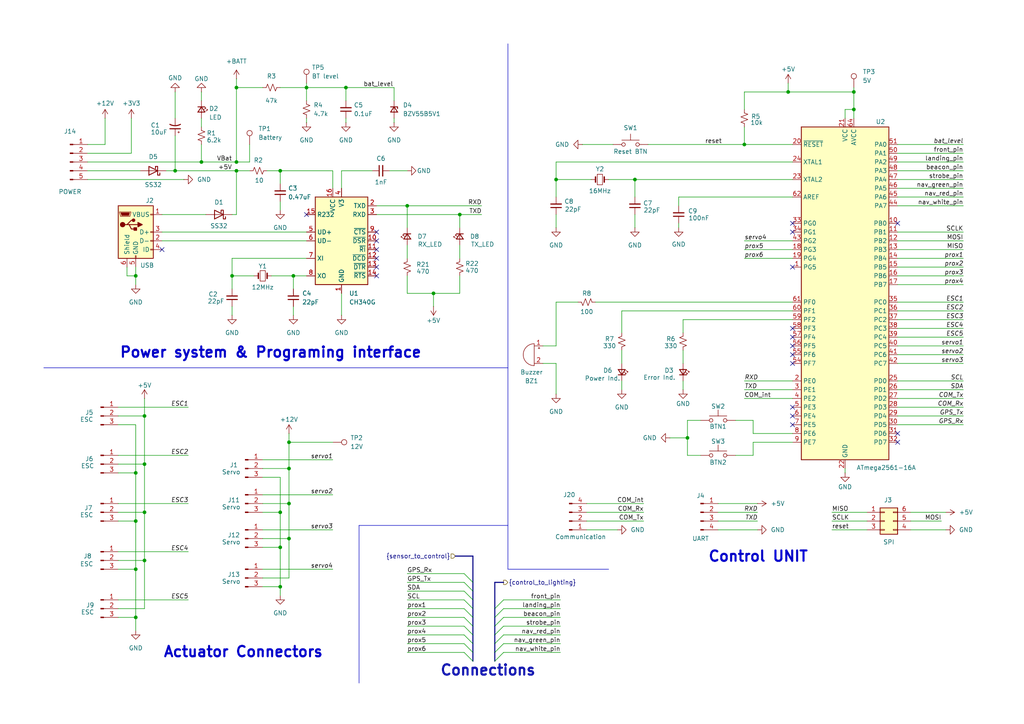
<source format=kicad_sch>
(kicad_sch (version 20231120) (generator "eeschema") (generator_version "8.0")
  (paper "A4")
  (title_block (title "Drone control board") (date "2024-07-07") (company "SCHOOL OF AIR DEFENCE -  TANGA"))
  (junction (at 81.28 49.53))
  (junction (at 41.91 120.65))
  (junction (at 39.37 80.01))
  (junction (at 85.09 80.01))
  (junction (at 68.58 46.99))
  (junction (at 184.15 52.07))
  (junction (at 39.37 165.1))
  (junction (at 161.29 52.07))
  (junction (at 50.8 49.53))
  (junction (at 68.58 49.53))
  (junction (at 199.39 127))
  (junction (at 83.82 156.21))
  (junction (at 39.37 137.16))
  (junction (at 83.82 128.27))
  (junction (at 88.9 25.4))
  (junction (at 83.82 146.05))
  (junction (at 215.9 41.91))
  (junction (at 41.91 134.62))
  (junction (at 81.28 158.75))
  (junction (at 68.58 25.4))
  (junction (at 58.42 46.99))
  (junction (at 125.73 85.09))
  (junction (at 247.65 26.67))
  (junction (at 228.6 26.67))
  (junction (at 67.31 80.01))
  (junction (at 133.35 62.23))
  (junction (at 247.65 31.75))
  (junction (at 100.33 25.4))
  (junction (at 81.28 148.59))
  (junction (at 118.11 59.69))
  (junction (at 39.37 151.13))
  (junction (at 41.91 148.59))
  (junction (at 39.37 179.07))
  (junction (at 81.28 170.18))
  (junction (at 83.82 135.89))
  (junction (at 41.91 162.56))
  (no_connect (at 229.87 118.11))
  (no_connect (at 260.35 125.73))
  (no_connect (at 229.87 77.47))
  (no_connect (at 260.35 64.77))
  (no_connect (at 109.22 69.85))
  (no_connect (at 229.87 100.33))
  (no_connect (at 109.22 74.93))
  (no_connect (at 46.99 72.39))
  (no_connect (at 109.22 67.31))
  (no_connect (at 109.22 77.47))
  (no_connect (at 229.87 95.25))
  (no_connect (at 229.87 123.19))
  (no_connect (at 109.22 80.01))
  (no_connect (at 229.87 67.31))
  (no_connect (at 109.22 72.39))
  (no_connect (at 229.87 97.79))
  (no_connect (at 88.9 62.23))
  (no_connect (at 229.87 120.65))
  (no_connect (at 229.87 64.77))
  (no_connect (at 260.35 128.27))
  (no_connect (at 229.87 105.41))
  (no_connect (at 229.87 102.87))
  (bus_entry (at 143.51 184.15) (size 2.54 -2.54))
  (bus_entry (at 137.16 176.53) (size -2.54 -2.54))
  (bus_entry (at 143.51 189.23) (size 2.54 -2.54))
  (bus_entry (at 137.16 168.91) (size -2.54 -2.54))
  (bus_entry (at 143.51 186.69) (size 2.54 -2.54))
  (bus_entry (at 137.16 173.99) (size -2.54 -2.54))
  (bus_entry (at 137.16 186.69) (size -2.54 -2.54))
  (bus_entry (at 143.51 179.07) (size 2.54 -2.54))
  (bus_entry (at 143.51 181.61) (size 2.54 -2.54))
  (bus_entry (at 137.16 184.15) (size -2.54 -2.54))
  (bus_entry (at 137.16 189.23) (size -2.54 -2.54))
  (bus_entry (at 137.16 171.45) (size -2.54 -2.54))
  (bus_entry (at 137.16 181.61) (size -2.54 -2.54))
  (bus_entry (at 143.51 176.53) (size 2.54 -2.54))
  (bus_entry (at 137.16 179.07) (size -2.54 -2.54))
  (bus_entry (at 143.51 191.77) (size 2.54 -2.54))
  (bus_entry (at 137.16 191.77) (size -2.54 -2.54))
  (wire (pts (xy 118.11 166.37) (xy 134.62 166.37)))
  (wire (pts (xy 68.58 25.4) (xy 68.58 46.99)))
  (wire (pts (xy 241.3 151.13) (xy 251.46 151.13)))
  (wire (pts (xy 146.05 176.53) (xy 162.56 176.53)))
  (wire (pts (xy 58.42 41.91) (xy 58.42 46.99)))
  (wire (pts (xy 114.3 29.21) (xy 114.3 25.4)))
  (wire (pts (xy 264.16 153.67) (xy 274.32 153.67)))
  (wire (pts (xy 88.9 25.4) (xy 88.9 29.21)))
  (bus (pts (xy 143.51 189.23) (xy 143.51 191.77)))
  (wire (pts (xy 118.11 59.69) (xy 118.11 66.04)))
  (wire (pts (xy 260.35 41.91) (xy 279.4 41.91)))
  (wire (pts (xy 260.35 100.33) (xy 279.4 100.33)))
  (wire (pts (xy 81.28 49.53) (xy 96.52 49.53)))
  (wire (pts (xy 241.3 153.67) (xy 251.46 153.67)))
  (wire (pts (xy 118.11 168.91) (xy 134.62 168.91)))
  (wire (pts (xy 215.9 26.67) (xy 215.9 31.75)))
  (wire (pts (xy 85.09 80.01) (xy 88.9 80.01)))
  (bus (pts (xy 143.51 181.61) (xy 143.51 184.15)))
  (wire (pts (xy 78.74 80.01) (xy 85.09 80.01)))
  (wire (pts (xy 260.35 123.19) (xy 279.4 123.19)))
  (wire (pts (xy 100.33 25.4) (xy 100.33 29.21)))
  (polyline (pts (xy 147.32 165.1) (xy 176.53 165.1)))
  (wire (pts (xy 264.16 151.13) (xy 273.05 151.13)))
  (wire (pts (xy 39.37 80.01) (xy 39.37 82.55)))
  (wire (pts (xy 36.83 77.47) (xy 36.83 80.01)))
  (wire (pts (xy 67.31 88.9) (xy 67.31 91.44)))
  (wire (pts (xy 198.12 92.71) (xy 229.87 92.71)))
  (wire (pts (xy 260.35 110.49) (xy 279.4 110.49)))
  (wire (pts (xy 196.85 66.04) (xy 196.85 64.77)))
  (wire (pts (xy 76.2 133.35) (xy 96.52 133.35)))
  (wire (pts (xy 260.35 90.17) (xy 279.4 90.17)))
  (wire (pts (xy 161.29 52.07) (xy 171.45 52.07)))
  (wire (pts (xy 34.29 165.1) (xy 39.37 165.1)))
  (wire (pts (xy 208.28 146.05) (xy 219.71 146.05)))
  (wire (pts (xy 81.28 158.75) (xy 81.28 170.18)))
  (wire (pts (xy 215.9 72.39) (xy 229.87 72.39)))
  (wire (pts (xy 146.05 184.15) (xy 162.56 184.15)))
  (wire (pts (xy 58.42 34.29) (xy 58.42 36.83)))
  (wire (pts (xy 41.91 162.56) (xy 41.91 176.53)))
  (wire (pts (xy 85.09 80.01) (xy 85.09 83.82)))
  (wire (pts (xy 260.35 54.61) (xy 279.4 54.61)))
  (wire (pts (xy 76.2 170.18) (xy 81.28 170.18)))
  (bus (pts (xy 137.16 171.45) (xy 137.16 173.99)))
  (wire (pts (xy 264.16 148.59) (xy 274.32 148.59)))
  (wire (pts (xy 161.29 46.99) (xy 161.29 52.07)))
  (bus (pts (xy 143.51 168.91) (xy 143.51 176.53)))
  (wire (pts (xy 76.2 148.59) (xy 81.28 148.59)))
  (wire (pts (xy 161.29 100.33) (xy 161.29 87.63)))
  (wire (pts (xy 208.28 151.13) (xy 219.71 151.13)))
  (wire (pts (xy 125.73 85.09) (xy 133.35 85.09)))
  (wire (pts (xy 68.58 22.86) (xy 68.58 25.4)))
  (wire (pts (xy 39.37 137.16) (xy 39.37 123.19)))
  (wire (pts (xy 260.35 95.25) (xy 279.4 95.25)))
  (wire (pts (xy 118.11 173.99) (xy 134.62 173.99)))
  (wire (pts (xy 34.29 123.19) (xy 39.37 123.19)))
  (wire (pts (xy 187.96 41.91) (xy 215.9 41.91)))
  (wire (pts (xy 83.82 125.73) (xy 83.82 128.27)))
  (wire (pts (xy 215.9 115.57) (xy 229.87 115.57)))
  (wire (pts (xy 199.39 121.92) (xy 203.2 121.92)))
  (wire (pts (xy 260.35 77.47) (xy 279.4 77.47)))
  (wire (pts (xy 72.39 41.91) (xy 72.39 46.99)))
  (wire (pts (xy 34.29 120.65) (xy 41.91 120.65)))
  (wire (pts (xy 260.35 87.63) (xy 279.4 87.63)))
  (wire (pts (xy 34.29 148.59) (xy 41.91 148.59)))
  (wire (pts (xy 50.8 39.37) (xy 50.8 49.53)))
  (wire (pts (xy 88.9 34.29) (xy 88.9 35.56)))
  (wire (pts (xy 81.28 25.4) (xy 88.9 25.4)))
  (wire (pts (xy 133.35 71.12) (xy 133.35 74.93)))
  (bus (pts (xy 137.16 173.99) (xy 137.16 176.53)))
  (wire (pts (xy 46.99 67.31) (xy 88.9 67.31)))
  (wire (pts (xy 245.11 135.89) (xy 245.11 137.16)))
  (wire (pts (xy 215.9 113.03) (xy 229.87 113.03)))
  (wire (pts (xy 114.3 34.29) (xy 114.3 35.56)))
  (wire (pts (xy 133.35 85.09) (xy 133.35 80.01)))
  (wire (pts (xy 180.34 90.17) (xy 229.87 90.17)))
  (polyline (pts (xy 104.14 152.4) (xy 104.14 198.12)))
  (wire (pts (xy 260.35 72.39) (xy 279.4 72.39)))
  (wire (pts (xy 100.33 25.4) (xy 114.3 25.4)))
  (wire (pts (xy 218.44 121.92) (xy 213.36 121.92)))
  (wire (pts (xy 260.35 102.87) (xy 279.4 102.87)))
  (wire (pts (xy 81.28 170.18) (xy 81.28 172.72)))
  (wire (pts (xy 34.29 151.13) (xy 39.37 151.13)))
  (wire (pts (xy 107.95 49.53) (xy 99.06 49.53)))
  (wire (pts (xy 199.39 127) (xy 199.39 121.92)))
  (wire (pts (xy 118.11 189.23) (xy 134.62 189.23)))
  (wire (pts (xy 76.2 146.05) (xy 83.82 146.05)))
  (wire (pts (xy 180.34 113.03) (xy 180.34 110.49)))
  (wire (pts (xy 38.1 44.45) (xy 25.4 44.45)))
  (wire (pts (xy 83.82 135.89) (xy 83.82 146.05)))
  (wire (pts (xy 81.28 138.43) (xy 81.28 148.59)))
  (wire (pts (xy 172.72 87.63) (xy 229.87 87.63)))
  (wire (pts (xy 39.37 151.13) (xy 39.37 137.16)))
  (wire (pts (xy 83.82 146.05) (xy 83.82 156.21)))
  (wire (pts (xy 76.2 143.51) (xy 96.52 143.51)))
  (wire (pts (xy 218.44 128.27) (xy 218.44 132.08)))
  (wire (pts (xy 76.2 165.1) (xy 96.52 165.1)))
  (wire (pts (xy 34.29 132.08) (xy 54.61 132.08)))
  (wire (pts (xy 34.29 173.99) (xy 54.61 173.99)))
  (polyline (pts (xy 12.7 106.68) (xy 147.32 106.68)))
  (wire (pts (xy 50.8 26.67) (xy 50.8 34.29)))
  (wire (pts (xy 83.82 156.21) (xy 83.82 167.64)))
  (wire (pts (xy 260.35 74.93) (xy 279.4 74.93)))
  (wire (pts (xy 34.29 137.16) (xy 39.37 137.16)))
  (wire (pts (xy 39.37 182.88) (xy 39.37 179.07)))
  (wire (pts (xy 245.11 31.75) (xy 247.65 31.75)))
  (wire (pts (xy 215.9 41.91) (xy 229.87 41.91)))
  (wire (pts (xy 260.35 52.07) (xy 279.4 52.07)))
  (wire (pts (xy 146.05 189.23) (xy 162.56 189.23)))
  (wire (pts (xy 228.6 26.67) (xy 247.65 26.67)))
  (wire (pts (xy 81.28 49.53) (xy 81.28 53.34)))
  (wire (pts (xy 208.28 153.67) (xy 219.71 153.67)))
  (wire (pts (xy 194.31 127) (xy 199.39 127)))
  (wire (pts (xy 260.35 120.65) (xy 279.4 120.65)))
  (wire (pts (xy 198.12 113.03) (xy 198.12 110.49)))
  (wire (pts (xy 41.91 115.57) (xy 41.91 120.65)))
  (wire (pts (xy 76.2 156.21) (xy 83.82 156.21)))
  (bus (pts (xy 143.51 179.07) (xy 143.51 181.61)))
  (wire (pts (xy 67.31 62.23) (xy 68.58 62.23)))
  (wire (pts (xy 36.83 80.01) (xy 39.37 80.01)))
  (wire (pts (xy 118.11 80.01) (xy 118.11 85.09)))
  (wire (pts (xy 100.33 34.29) (xy 100.33 35.56)))
  (wire (pts (xy 161.29 62.23) (xy 161.29 66.04)))
  (bus (pts (xy 137.16 186.69) (xy 137.16 189.23)))
  (bus (pts (xy 137.16 181.61) (xy 137.16 184.15)))
  (wire (pts (xy 260.35 118.11) (xy 279.4 118.11)))
  (wire (pts (xy 76.2 158.75) (xy 81.28 158.75)))
  (wire (pts (xy 41.91 134.62) (xy 41.91 148.59)))
  (wire (pts (xy 133.35 62.23) (xy 133.35 66.04)))
  (wire (pts (xy 260.35 67.31) (xy 279.4 67.31)))
  (wire (pts (xy 260.35 46.99) (xy 279.4 46.99)))
  (wire (pts (xy 170.18 153.67) (xy 179.07 153.67)))
  (wire (pts (xy 46.99 62.23) (xy 59.69 62.23)))
  (wire (pts (xy 260.35 82.55) (xy 279.4 82.55)))
  (wire (pts (xy 184.15 52.07) (xy 184.15 57.15)))
  (wire (pts (xy 83.82 128.27) (xy 83.82 135.89)))
  (wire (pts (xy 88.9 24.13) (xy 88.9 25.4)))
  (wire (pts (xy 81.28 148.59) (xy 81.28 158.75)))
  (wire (pts (xy 41.91 148.59) (xy 41.91 162.56)))
  (wire (pts (xy 260.35 44.45) (xy 279.4 44.45)))
  (wire (pts (xy 77.47 49.53) (xy 81.28 49.53)))
  (wire (pts (xy 41.91 176.53) (xy 34.29 176.53)))
  (wire (pts (xy 58.42 46.99) (xy 68.58 46.99)))
  (wire (pts (xy 133.35 62.23) (xy 139.7 62.23)))
  (wire (pts (xy 184.15 52.07) (xy 229.87 52.07)))
  (wire (pts (xy 83.82 167.64) (xy 76.2 167.64)))
  (polyline (pts (xy 147.32 152.4) (xy 104.14 152.4)))
  (wire (pts (xy 146.05 173.99) (xy 162.56 173.99)))
  (wire (pts (xy 109.22 59.69) (xy 118.11 59.69)))
  (wire (pts (xy 30.48 41.91) (xy 25.4 41.91)))
  (wire (pts (xy 203.2 132.08) (xy 199.39 132.08)))
  (wire (pts (xy 30.48 34.29) (xy 30.48 41.91)))
  (wire (pts (xy 39.37 77.47) (xy 39.37 80.01)))
  (wire (pts (xy 260.35 57.15) (xy 279.4 57.15)))
  (wire (pts (xy 215.9 69.85) (xy 229.87 69.85)))
  (bus (pts (xy 137.16 184.15) (xy 137.16 186.69)))
  (wire (pts (xy 215.9 110.49) (xy 229.87 110.49)))
  (wire (pts (xy 229.87 128.27) (xy 218.44 128.27)))
  (wire (pts (xy 118.11 186.69) (xy 134.62 186.69)))
  (wire (pts (xy 247.65 31.75) (xy 247.65 26.67)))
  (wire (pts (xy 215.9 36.83) (xy 215.9 41.91)))
  (wire (pts (xy 118.11 59.69) (xy 139.7 59.69)))
  (wire (pts (xy 48.26 49.53) (xy 50.8 49.53)))
  (wire (pts (xy 161.29 87.63) (xy 167.64 87.63)))
  (wire (pts (xy 118.11 176.53) (xy 134.62 176.53)))
  (bus (pts (xy 137.16 189.23) (xy 137.16 191.77)))
  (wire (pts (xy 146.05 179.07) (xy 162.56 179.07)))
  (wire (pts (xy 228.6 24.13) (xy 228.6 26.67)))
  (bus (pts (xy 137.16 161.29) (xy 137.16 168.91)))
  (wire (pts (xy 38.1 34.29) (xy 38.1 44.45)))
  (wire (pts (xy 118.11 179.07) (xy 134.62 179.07)))
  (bus (pts (xy 137.16 168.91) (xy 137.16 171.45)))
  (wire (pts (xy 41.91 120.65) (xy 41.91 134.62)))
  (wire (pts (xy 218.44 132.08) (xy 213.36 132.08)))
  (wire (pts (xy 245.11 34.29) (xy 245.11 31.75)))
  (wire (pts (xy 260.35 115.57) (xy 279.4 115.57)))
  (wire (pts (xy 34.29 162.56) (xy 41.91 162.56)))
  (wire (pts (xy 260.35 49.53) (xy 279.4 49.53)))
  (wire (pts (xy 180.34 101.6) (xy 180.34 105.41)))
  (wire (pts (xy 76.2 138.43) (xy 81.28 138.43)))
  (wire (pts (xy 34.29 118.11) (xy 54.61 118.11)))
  (wire (pts (xy 68.58 49.53) (xy 72.39 49.53)))
  (wire (pts (xy 170.18 151.13) (xy 186.69 151.13)))
  (wire (pts (xy 118.11 71.12) (xy 118.11 74.93)))
  (wire (pts (xy 39.37 179.07) (xy 39.37 165.1)))
  (wire (pts (xy 229.87 57.15) (xy 196.85 57.15)))
  (wire (pts (xy 76.2 135.89) (xy 83.82 135.89)))
  (wire (pts (xy 215.9 74.93) (xy 229.87 74.93)))
  (wire (pts (xy 68.58 25.4) (xy 76.2 25.4)))
  (wire (pts (xy 34.29 146.05) (xy 54.61 146.05)))
  (wire (pts (xy 25.4 49.53) (xy 40.64 49.53)))
  (wire (pts (xy 25.4 46.99) (xy 58.42 46.99)))
  (wire (pts (xy 67.31 80.01) (xy 67.31 83.82)))
  (wire (pts (xy 68.58 49.53) (xy 68.58 62.23)))
  (wire (pts (xy 58.42 26.67) (xy 58.42 29.21)))
  (wire (pts (xy 34.29 179.07) (xy 39.37 179.07)))
  (wire (pts (xy 161.29 46.99) (xy 229.87 46.99)))
  (wire (pts (xy 118.11 184.15) (xy 134.62 184.15)))
  (wire (pts (xy 260.35 69.85) (xy 279.4 69.85)))
  (wire (pts (xy 46.99 69.85) (xy 88.9 69.85)))
  (wire (pts (xy 96.52 49.53) (xy 96.52 54.61)))
  (wire (pts (xy 88.9 25.4) (xy 100.33 25.4)))
  (wire (pts (xy 196.85 57.15) (xy 196.85 59.69)))
  (wire (pts (xy 99.06 49.53) (xy 99.06 54.61)))
  (wire (pts (xy 157.48 100.33) (xy 161.29 100.33)))
  (wire (pts (xy 113.03 49.53) (xy 118.11 49.53)))
  (bus (pts (xy 137.16 179.07) (xy 137.16 181.61)))
  (bus (pts (xy 146.05 168.91) (xy 143.51 168.91)))
  (wire (pts (xy 198.12 92.71) (xy 198.12 96.52)))
  (wire (pts (xy 161.29 105.41) (xy 157.48 105.41)))
  (wire (pts (xy 67.31 74.93) (xy 88.9 74.93)))
  (wire (pts (xy 260.35 92.71) (xy 279.4 92.71)))
  (wire (pts (xy 199.39 132.08) (xy 199.39 127)))
  (bus (pts (xy 137.16 176.53) (xy 137.16 179.07)))
  (wire (pts (xy 125.73 88.9) (xy 125.73 85.09)))
  (wire (pts (xy 67.31 74.93) (xy 67.31 80.01)))
  (wire (pts (xy 118.11 171.45) (xy 134.62 171.45)))
  (wire (pts (xy 96.52 128.27) (xy 83.82 128.27)))
  (wire (pts (xy 118.11 85.09) (xy 125.73 85.09)))
  (wire (pts (xy 247.65 34.29) (xy 247.65 31.75)))
  (wire (pts (xy 215.9 26.67) (xy 228.6 26.67)))
  (wire (pts (xy 229.87 125.73) (xy 218.44 125.73)))
  (wire (pts (xy 260.35 105.41) (xy 279.4 105.41)))
  (bus (pts (xy 143.51 176.53) (xy 143.51 179.07)))
  (bus (pts (xy 143.51 186.69) (xy 143.51 189.23)))
  (wire (pts (xy 146.05 186.69) (xy 162.56 186.69)))
  (wire (pts (xy 34.29 134.62) (xy 41.91 134.62)))
  (wire (pts (xy 170.18 148.59) (xy 186.69 148.59)))
  (wire (pts (xy 170.18 146.05) (xy 186.69 146.05)))
  (polyline (pts (xy 147.32 12.7) (xy 147.32 165.1)))
  (wire (pts (xy 218.44 125.73) (xy 218.44 121.92)))
  (wire (pts (xy 241.3 148.59) (xy 251.46 148.59)))
  (wire (pts (xy 39.37 165.1) (xy 39.37 151.13)))
  (wire (pts (xy 260.35 59.69) (xy 279.4 59.69)))
  (wire (pts (xy 67.31 80.01) (xy 73.66 80.01)))
  (wire (pts (xy 81.28 58.42) (xy 81.28 60.96)))
  (wire (pts (xy 198.12 101.6) (xy 198.12 105.41)))
  (bus (pts (xy 132.08 161.29) (xy 137.16 161.29)))
  (wire (pts (xy 99.06 85.09) (xy 99.06 91.44)))
  (wire (pts (xy 34.29 160.02) (xy 54.61 160.02)))
  (wire (pts (xy 161.29 114.3) (xy 161.29 105.41)))
  (wire (pts (xy 146.05 181.61) (xy 162.56 181.61)))
  (wire (pts (xy 118.11 181.61) (xy 134.62 181.61)))
  (wire (pts (xy 72.39 46.99) (xy 68.58 46.99)))
  (wire (pts (xy 109.22 62.23) (xy 133.35 62.23)))
  (wire (pts (xy 76.2 153.67) (xy 96.52 153.67)))
  (wire (pts (xy 161.29 52.07) (xy 161.29 57.15)))
  (wire (pts (xy 176.53 52.07) (xy 184.15 52.07)))
  (wire (pts (xy 247.65 25.4) (xy 247.65 26.67)))
  (wire (pts (xy 180.34 90.17) (xy 180.34 96.52)))
  (wire (pts (xy 168.91 41.91) (xy 177.8 41.91)))
  (wire (pts (xy 208.28 148.59) (xy 219.71 148.59)))
  (wire (pts (xy 260.35 97.79) (xy 279.4 97.79)))
  (wire (pts (xy 260.35 113.03) (xy 279.4 113.03)))
  (wire (pts (xy 50.8 49.53) (xy 68.58 49.53)))
  (bus (pts (xy 143.51 184.15) (xy 143.51 186.69)))
  (wire (pts (xy 25.4 52.07) (xy 53.34 52.07)))
  (wire (pts (xy 184.15 62.23) (xy 184.15 66.04)))
  (wire (pts (xy 85.09 88.9) (xy 85.09 91.44)))
  (wire (pts (xy 260.35 80.01) (xy 279.4 80.01)))
  (text "Control UNIT" (at 205.232 161.544 0) (effects (font (size 3 3) (bold yes)) (justify left)))
  (text "Connections" (at 127.508 194.564 0) (effects (font (size 3 3) (thickness 0.6) (bold yes)) (justify left)))
  (text "Power system & Programing interface" (at 34.544 102.362 0) (effects (font (size 3 3) (thickness 0.6) (bold yes)) (justify left)))
  (text "Actuator Connectors" (at 47.244 189.23 0) (effects (font (size 3 3) (thickness 0.6) (bold yes)) (justify left)))
  (label "COM_Rx" (at 186.69 148.59 180))
  (label "ESC5" (at 279.4 97.79 180) (effects (font (italic yes))))
  (label "ESC3" (at 279.4 92.71 180) (effects (font (italic yes))))
  (label "SCLK" (at 279.4 67.31 180))
  (label "strobe_pin" (at 279.4 52.07 180))
  (label "prox4" (at 118.11 184.15 0))
  (label "TXD" (at 219.71 151.13 180) (effects (font (italic yes))))
  (label "COM_Rx" (at 279.4 118.11 180) (effects (font (italic yes))))
  (label "reset" (at 241.3 153.67 0))
  (label "MISO" (at 241.3 148.59 0))
  (label "beacon_pin" (at 279.4 49.53 180))
  (label "ESC5" (at 54.61 173.99 180) (effects (font (italic yes))))
  (label "SCLK" (at 241.3 151.13 0))
  (label "nav_green_pin" (at 279.4 54.61 180))
  (label "landing_pin" (at 162.56 176.53 180))
  (label "servo1" (at 279.4 100.33 180) (effects (font (italic yes))))
  (label "ESC4" (at 279.4 95.25 180) (effects (font (italic yes))))
  (label "ESC2" (at 54.61 132.08 180) (effects (font (italic yes))))
  (label "COM_Tx" (at 279.4 115.57 180) (effects (font (italic yes))))
  (label "ESC1" (at 279.4 87.63 180) (effects (font (italic yes))))
  (label "strobe_pin" (at 162.56 181.61 180))
  (label "VBat" (at 67.31 46.99 180))
  (label "prox6" (at 118.11 189.23 0))
  (label "SDA" (at 279.4 113.03 180) (effects (font (italic yes))))
  (label "bat_level" (at 279.4 41.91 180) (effects (font (italic yes))))
  (label "SDA" (at 118.11 171.45 0))
  (label "COM_Tx" (at 186.69 151.13 180))
  (label "servo3" (at 279.4 105.41 180) (effects (font (italic yes))))
  (label "prox3" (at 279.4 80.01 180) (effects (font (italic yes))))
  (label "nav_red_pin" (at 279.4 57.15 180))
  (label "COM_int" (at 186.69 146.05 180))
  (label "GPS_Rx" (at 118.11 166.37 0))
  (label "SCL" (at 118.11 173.99 0))
  (label "TXD" (at 139.7 62.23 180))
  (label "servo2" (at 96.52 143.51 180) (effects (font (italic yes))))
  (label "servo1" (at 96.52 133.35 180) (effects (font (italic yes))))
  (label "prox5" (at 118.11 186.69 0))
  (label "servo3" (at 96.52 153.67 180) (effects (font (italic yes))))
  (label "GPS_Tx" (at 279.4 120.65 180) (effects (font (italic yes))))
  (label "RXD" (at 219.71 148.59 180) (effects (font (italic yes))))
  (label "nav_white_pin" (at 162.56 189.23 180))
  (label "landing_pin" (at 279.4 46.99 180))
  (label "nav_green_pin" (at 162.56 186.69 180))
  (label "reset" (at 204.47 41.91 0))
  (label "prox4" (at 279.4 82.55 180) (effects (font (italic yes))))
  (label "MOSI" (at 279.4 69.85 180))
  (label "MOSI" (at 273.05 151.13 180))
  (label "beacon_pin" (at 162.56 179.07 180))
  (label "GPS_Tx" (at 118.11 168.91 0))
  (label "nav_red_pin" (at 162.56 184.15 180))
  (label "prox1" (at 279.4 74.93 180) (effects (font (italic yes))))
  (label "TXD" (at 215.9 113.03 0) (effects (font (italic yes))))
  (label "ESC2" (at 279.4 90.17 180) (effects (font (italic yes))))
  (label "servo4" (at 96.52 165.1 180) (effects (font (italic yes))))
  (label "bat_level" (at 105.41 25.4 0))
  (label "prox6" (at 215.9 74.93 0) (effects (font (italic yes))))
  (label "+5V" (at 67.31 49.53 180))
  (label "prox3" (at 118.11 181.61 0))
  (label "MISO" (at 279.4 72.39 180))
  (label "nav_white_pin" (at 279.4 59.69 180))
  (label "servo4" (at 215.9 69.85 0) (effects (font (italic yes))))
  (label "prox2" (at 118.11 179.07 0))
  (label "ESC3" (at 54.61 146.05 180) (effects (font (italic yes))))
  (label "ESC1" (at 54.61 118.11 180) (effects (font (italic yes))))
  (label "prox1" (at 118.11 176.53 0))
  (label "servo2" (at 279.4 102.87 180) (effects (font (italic yes))))
  (label "COM_int" (at 215.9 115.57 0))
  (label "prox2" (at 279.4 77.47 180) (effects (font (italic yes))))
  (label "prox5" (at 215.9 72.39 0) (effects (font (italic yes))))
  (label "RXD" (at 215.9 110.49 0) (effects (font (italic yes))))
  (label "SCL" (at 279.4 110.49 180) (effects (font (italic yes))))
  (label "ESC4" (at 54.61 160.02 180) (effects (font (italic yes))))
  (label "GPS_Rx" (at 279.4 123.19 180) (effects (font (italic yes))))
  (label "front_pin" (at 279.4 44.45 180))
  (label "front_pin" (at 162.56 173.99 180))
  (label "RXD" (at 139.7 59.69 180))
  (hierarchical_label "{control_to_lighting}" (shape output) (at 146.05 168.91 0))
  (hierarchical_label "{sensor_to_control}" (shape input) (at 132.08 161.29 180))
  (symbol (lib_id "power:GND") (at 53.34 52.07 90) (unit 1)
    (property "Reference" "#PWR03" (effects (hide yes)))
    (property "Value" "GND" (at 57.15 52.0699 90) (effects (justify right)))
    (property "Description" "Power symbol creates a global label with name \"GND\" , ground" (effects (hide yes)))
  )
  (symbol (lib_id "power:GND") (at 88.9 35.56 0) (unit 1)
    (property "Reference" "#PWR08" (effects (hide yes)))
    (property "Value" "GND" (at 88.9 40.64 0))
    (property "Description" "Power symbol creates a global label with name \"GND\" , ground" (effects (hide yes)))
  )
  (symbol (lib_id "Device:R_Small_US") (at 74.93 49.53 90) (unit 1)
    (property "Reference" "R2" (at 74.93 46.482 90))
    (property "Value" "10" (at 75.184 52.324 90))
    (property "Footprint" "Resistor_SMD:R_0805_2012Metric_Pad1.20x1.40mm_HandSolder" (effects (hide yes)))
    (property "Description" "Resistor, small US symbol" (effects (hide yes)))
  )
  (symbol (lib_id "Switch:SW_Push") (at 208.28 132.08 0) (mirror y) (unit 1)
    (property "Reference" "SW3" (at 208.28 128.016 0))
    (property "Value" "BTN2" (at 208.28 134.112 0))
    (property "Footprint" "Button_Switch_SMD:SW_SPST_B3U-1000P" (effects (hide yes)))
    (property "Description" "Push button switch, generic, two pins" (effects (hide yes)))
  )
  (symbol (lib_id "Device:LED_Small") (at 198.12 107.95 270) (mirror x) (unit 1)
    (property "Reference" "D3" (at 194.056 107.442 90))
    (property "Value" "Error Ind." (at 191.262 109.474 90))
    (property "Footprint" "LED_SMD:LED_1206_3216Metric" (effects (hide yes)))
    (property "Description" "Light emitting diode, small symbol" (effects (hide yes)))
  )
  (symbol (lib_id "Device:R_Small_US") (at 58.42 39.37 0) (unit 1)
    (property "Reference" "R1" (at 59.944 38.608 0) (effects (justify left)))
    (property "Value" "6.2k" (at 59.944 40.64 0) (effects (justify left)))
    (property "Footprint" "Resistor_SMD:R_0805_2012Metric_Pad1.20x1.40mm_HandSolder" (effects (hide yes)))
    (property "Description" "Resistor, small US symbol" (effects (hide yes)))
  )
  (symbol (lib_id "power:GND") (at 274.32 153.67 90) (unit 1)
    (property "Reference" "#PWR020" (effects (hide yes)))
    (property "Value" "GND" (at 278.13 153.6699 90) (effects (justify right)))
    (property "Description" "Power symbol creates a global label with name \"GND\" , ground" (effects (hide yes)))
  )
  (symbol (lib_id "power:GND") (at 50.8 26.67 180) (unit 1)
    (property "Reference" "#PWR02" (effects (hide yes)))
    (property "Value" "GND" (at 50.8 22.606 0))
    (property "Description" "Power symbol creates a global label with name \"GND\" , ground" (effects (hide yes)))
  )
  (symbol (lib_id "power:GND") (at 196.85 66.04 0) (unit 1)
    (property "Reference" "#PWR017" (effects (hide yes)))
    (property "Value" "GND" (at 198.882 70.866 0) (effects (justify right)))
    (property "Description" "Power symbol creates a global label with name \"GND\" , ground" (effects (hide yes)))
  )
  (symbol (lib_id "Connector:TestPoint") (at 96.52 128.27 270) (unit 1)
    (property "Reference" "TP2" (at 101.6 126.9999 90) (effects (justify left)))
    (property "Value" "12V" (at 101.6 129.5399 90) (effects (justify left)))
    (property "Footprint" "TestPoint:TestPoint_Pad_D2.0mm" (effects (hide yes)))
    (property "Description" "test point" (effects (hide yes)))
  )
  (symbol (lib_id "Device:D_Zener_Small") (at 114.3 31.75 270) (unit 1)
    (property "Reference" "D4" (at 116.84 30.4799 90) (effects (justify left)))
    (property "Value" "BZV55B5V1" (at 116.84 33.0199 90) (effects (justify left)))
    (property "Footprint" "Diode_SMD:D_MiniMELF" (effects (hide yes)))
    (property "Datasheet" "https://assets.nexperia.com/documents/data-sheet/BZV55_SER.pdf" (effects (hide yes)))
    (property "Description" "5.1V, 500mW, 2%, Zener diode, MiniMELF" (effects (hide yes)))
  )
  (symbol (lib_id "Connector:Conn_01x03_Pin") (at 29.21 176.53 0) (unit 1)
    (property "Reference" "J9" (at 26.162 175.514 0))
    (property "Value" "ESC" (at 25.4 177.546 0))
    (property "Footprint" "Connector_Wuerth:Wuerth_WR-WTB_64800311622_1x03_P1.50mm_Vertical" (effects (hide yes)))
    (property "Description" "Generic connector, single row, 01x03, script generated" (effects (hide yes)))
  )
  (symbol (lib_id "power:GND") (at 161.29 114.3 0) (mirror y) (unit 1)
    (property "Reference" "#PWR025" (effects (hide yes)))
    (property "Value" "GND" (at 161.29 119.38 0))
    (property "Description" "Power symbol creates a global label with name \"GND\" , ground" (effects (hide yes)))
  )
  (symbol (lib_id "power:+12V") (at 83.82 125.73 0) (unit 1)
    (property "Reference" "#PWR030" (effects (hide yes)))
    (property "Value" "+12V" (at 83.82 121.666 0))
    (property "Description" "Power symbol creates a global label with name \"+12V\"" (effects (hide yes)))
  )
  (symbol (lib_id "Connector:Conn_01x03_Pin") (at 29.21 120.65 0) (unit 1)
    (property "Reference" "J5" (at 25.908 119.634 0))
    (property "Value" "ESC" (at 25.146 121.666 0))
    (property "Footprint" "Connector_Wuerth:Wuerth_WR-WTB_64800311622_1x03_P1.50mm_Vertical" (effects (hide yes)))
    (property "Description" "Generic connector, single row, 01x03, script generated" (effects (hide yes)))
  )
  (symbol (lib_id "Device:Crystal_Small") (at 76.2 80.01 0) (unit 1)
    (property "Reference" "Y1" (at 76.2 77.216 0))
    (property "Value" "12MHz" (at 76.2 83.312 0))
    (property "Footprint" "Crystal:Crystal_SMD_HC49-SD" (effects (hide yes)))
    (property "Description" "Two pin crystal, small symbol" (effects (hide yes)))
  )
  (symbol (lib_id "Connector:USB_B_Micro") (at 39.37 67.31 0) (unit 1)
    (property "Reference" "J2" (at 43.434 58.166 0))
    (property "Value" "USB" (at 42.672 76.962 0))
    (property "Footprint" "Connector_USB:USB_Micro-B_Amphenol_10118194_Horizontal" (effects (hide yes)))
    (property "Description" "USB Micro Type B connector" (effects (hide yes)))
  )
  (symbol (lib_id "Connector:Conn_01x03_Pin") (at 29.21 134.62 0) (unit 1)
    (property "Reference" "J6" (at 25.908 133.096 0))
    (property "Value" "ESC" (at 25.4 135.128 0))
    (property "Footprint" "Connector_Wuerth:Wuerth_WR-WTB_64800311622_1x03_P1.50mm_Vertical" (effects (hide yes)))
    (property "Description" "Generic connector, single row, 01x03, script generated" (effects (hide yes)))
  )
  (symbol (lib_id "power:GND") (at 39.37 182.88 0) (unit 1)
    (property "Reference" "#PWR027" (effects (hide yes)))
    (property "Value" "GND" (at 39.37 187.96 0))
    (property "Description" "Power symbol creates a global label with name \"GND\" , ground" (effects (hide yes)))
  )
  (symbol (lib_id "Device:C_Small") (at 110.49 49.53 90) (unit 1)
    (property "Reference" "C6" (at 110.49 45.974 90))
    (property "Value" "1nF" (at 110.49 52.832 90))
    (property "Footprint" "Capacitor_SMD:C_0805_2012Metric_Pad1.18x1.45mm_HandSolder" (effects (hide yes)))
    (property "Description" "Unpolarized capacitor, small symbol" (effects (hide yes)))
  )
  (symbol (lib_id "power:GND") (at 184.15 66.04 0) (mirror y) (unit 1)
    (property "Reference" "#PWR013" (effects (hide yes)))
    (property "Value" "GND" (at 184.15 71.12 0))
    (property "Description" "Power symbol creates a global label with name \"GND\" , ground" (effects (hide yes)))
  )
  (symbol (lib_id "power:GND") (at 179.07 153.67 90) (unit 1)
    (property "Reference" "#PWR036" (effects (hide yes)))
    (property "Value" "GND" (at 182.88 153.6699 90) (effects (justify right)))
    (property "Description" "Power symbol creates a global label with name \"GND\" , ground" (effects (hide yes)))
  )
  (symbol (lib_id "power:GND") (at 39.37 82.55 0) (unit 1)
    (property "Reference" "#PWR01" (effects (hide yes)))
    (property "Value" "GND" (at 39.37 87.6542 0))
    (property "Description" "Power symbol creates a global label with name \"GND\" , ground" (effects (hide yes)))
  )
  (symbol (lib_id "Diode:SS32") (at 44.45 49.53 180) (unit 1)
    (property "Reference" "D5" (at 44.45 45.466 0))
    (property "Value" "SS32" (at 44.45 53.594 0))
    (property "Footprint" "Diode_SMD:D_SMA" (effects (hide yes)))
    (property "Datasheet" "https://www.vishay.com/docs/88751/ss32.pdf" (effects (hide yes)))
    (property "Description" "20V 3A Schottky Diode, SMA" (effects (hide yes)))
  )
  (symbol (lib_id "Device:C_Small") (at 81.28 55.88 180) (unit 1)
    (property "Reference" "C3" (at 83.566 54.61 0) (effects (justify right)))
    (property "Value" "0.47uF" (at 83.566 57.15 0) (effects (justify right)))
    (property "Footprint" "Capacitor_SMD:C_0805_2012Metric_Pad1.18x1.45mm_HandSolder" (effects (hide yes)))
    (property "Description" "Unpolarized capacitor, small symbol" (effects (hide yes)))
  )
  (symbol (lib_id "Diode:SS32") (at 63.5 62.23 180) (unit 1)
    (property "Reference" "D1" (at 63.5 58.674 0))
    (property "Value" "SS32" (at 63.5 65.532 0))
    (property "Footprint" "Diode_SMD:D_SMA" (effects (hide yes)))
    (property "Datasheet" "https://www.vishay.com/docs/88751/ss32.pdf" (effects (hide yes)))
    (property "Description" "20V 3A Schottky Diode, SMA" (effects (hide yes)))
  )
  (symbol (lib_id "Device:LED_Small") (at 58.42 31.75 270) (unit 1)
    (property "Reference" "D2" (at 61.976 31.496 90))
    (property "Value" "LED" (at 62.484 34.036 90))
    (property "Footprint" "LED_SMD:LED_1206_3216Metric" (effects (hide yes)))
    (property "Description" "Light emitting diode, small symbol" (effects (hide yes)))
  )
  (symbol (lib_id "Connector:Conn_01x03_Pin") (at 71.12 135.89 0) (unit 1)
    (property "Reference" "J1" (at 67.818 134.874 0))
    (property "Value" "Servo" (at 67.056 136.906 0))
    (property "Footprint" "Connector_Wuerth:Wuerth_WR-WTB_64800311622_1x03_P1.50mm_Vertical" (effects (hide yes)))
    (property "Description" "Generic connector, single row, 01x03, script generated" (effects (hide yes)))
  )
  (symbol (lib_id "Device:C_Polarized_Small_US") (at 50.8 36.83 180) (unit 1)
    (property "Reference" "C1" (at 43.688 36.322 0) (effects (justify right)))
    (property "Value" "10uF" (at 43.688 38.354 0) (effects (justify right)))
    (property "Footprint" "Capacitor_SMD:CP_Elec_4x3" (effects (hide yes)))
    (property "Description" "Polarized capacitor, small US symbol" (effects (hide yes)))
  )
  (symbol (lib_id "power:GND") (at 198.12 113.03 0) (mirror y) (unit 1)
    (property "Reference" "#PWR023" (effects (hide yes)))
    (property "Value" "GND" (at 198.12 117.094 0))
    (property "Description" "Power symbol creates a global label with name \"GND\" , ground" (effects (hide yes)))
  )
  (symbol (lib_id "Connector:Conn_01x03_Pin") (at 29.21 162.56 0) (unit 1)
    (property "Reference" "J8" (at 25.4 161.29 0))
    (property "Value" "ESC" (at 25.146 163.576 0))
    (property "Footprint" "Connector_Wuerth:Wuerth_WR-WTB_64800311622_1x03_P1.50mm_Vertical" (effects (hide yes)))
    (property "Description" "Generic connector, single row, 01x03, script generated" (effects (hide yes)))
  )
  (symbol (lib_id "power:GND") (at 161.29 66.04 0) (mirror y) (unit 1)
    (property "Reference" "#PWR014" (effects (hide yes)))
    (property "Value" "GND" (at 161.29 71.12 0))
    (property "Description" "Power symbol creates a global label with name \"GND\" , ground" (effects (hide yes)))
  )
  (symbol (lib_id "Connector:Conn_01x04_Pin") (at 203.2 148.59 0) (unit 1)
    (property "Reference" "J4" (at 203.2 143.764 0))
    (property "Value" "UART" (at 203.2 156.21 0))
    (property "Footprint" "Connector_PinHeader_2.54mm:PinHeader_1x04_P2.54mm_Vertical" (effects (hide yes)))
    (property "Description" "Generic connector, single row, 01x04, script generated" (effects (hide yes)))
  )
  (symbol (lib_id "Connector:Conn_01x03_Pin") (at 71.12 167.64 0) (unit 1)
    (property "Reference" "J13" (at 67.818 166.624 0))
    (property "Value" "Servo" (at 67.056 168.656 0))
    (property "Footprint" "Connector_Wuerth:Wuerth_WR-WTB_64800311622_1x03_P1.50mm_Vertical" (effects (hide yes)))
    (property "Description" "Generic connector, single row, 01x03, script generated" (effects (hide yes)))
  )
  (symbol (lib_id "Connector:Conn_01x05_Pin") (at 20.32 46.99 0) (unit 1)
    (property "Reference" "J14" (at 20.32 38.1 0))
    (property "Value" "POWER" (at 20.32 55.626 0))
    (property "Footprint" "Connector_JST:JST_PH_B5B-PH-K_1x05_P2.00mm_Vertical" (effects (hide yes)))
    (property "Description" "Generic connector, single row, 01x05, script generated" (effects (hide yes)))
  )
  (symbol (lib_id "Connector:TestPoint") (at 88.9 24.13 0) (unit 1)
    (property "Reference" "TP5" (at 90.424 19.558 0) (effects (justify left)))
    (property "Value" "BT level" (at 90.424 22.098 0) (effects (justify left)))
    (property "Footprint" "TestPoint:TestPoint_Pad_D2.0mm" (effects (hide yes)))
    (property "Description" "test point" (effects (hide yes)))
  )
  (symbol (lib_id "Device:R_Small_US") (at 78.74 25.4 90) (unit 1)
    (property "Reference" "R3" (at 78.74 22.098 90))
    (property "Value" "47k" (at 78.74 29.21 90))
    (property "Footprint" "Resistor_SMD:R_0805_2012Metric_Pad1.20x1.40mm_HandSolder" (effects (hide yes)))
    (property "Description" "Resistor, small US symbol" (effects (hide yes)))
  )
  (symbol (lib_id "Switch:SW_Push") (at 208.28 121.92 0) (mirror y) (unit 1)
    (property "Reference" "SW2" (at 208.28 117.856 0))
    (property "Value" "BTN1" (at 208.28 123.698 0))
    (property "Footprint" "Button_Switch_SMD:SW_SPST_B3U-1000P" (effects (hide yes)))
    (property "Description" "Push button switch, generic, two pins" (effects (hide yes)))
  )
  (symbol (lib_id "power:GND") (at 194.31 127 270) (mirror x) (unit 1)
    (property "Reference" "#PWR049" (effects (hide yes)))
    (property "Value" "GND" (at 190.5 126.9999 90) (effects (justify right)))
    (property "Description" "Power symbol creates a global label with name \"GND\" , ground" (effects (hide yes)))
  )
  (symbol (lib_id "Device:R_Small_US") (at 180.34 99.06 0) (mirror x) (unit 1)
    (property "Reference" "R7" (at 176.784 98.298 0))
    (property "Value" "330" (at 176.784 100.33 0))
    (property "Footprint" "Resistor_SMD:R_0805_2012Metric_Pad1.20x1.40mm_HandSolder" (effects (hide yes)))
    (property "Description" "Resistor, small US symbol" (effects (hide yes)))
  )
  (symbol (lib_id "Device:C_Small") (at 161.29 59.69 0) (mirror x) (unit 1)
    (property "Reference" "C8" (at 166.37 58.42 0) (effects (justify right)))
    (property "Value" "22pF" (at 168.656 60.706 0) (effects (justify right)))
    (property "Footprint" "Capacitor_SMD:C_0805_2012Metric_Pad1.18x1.45mm_HandSolder" (effects (hide yes)))
    (property "Description" "Unpolarized capacitor, small symbol" (effects (hide yes)))
  )
  (symbol (lib_id "power:+5V") (at 125.73 88.9 180) (unit 1)
    (property "Reference" "#PWR056" (effects (hide yes)))
    (property "Value" "+5V" (at 127.762 92.964 0) (effects (justify left)))
    (property "Description" "Power symbol creates a global label with name \"+5V\"" (effects (hide yes)))
  )
  (symbol (lib_id "power:GND") (at 58.42 26.67 180) (unit 1)
    (property "Reference" "#PWR04" (effects (hide yes)))
    (property "Value" "GND" (at 58.42 22.86 0))
    (property "Description" "Power symbol creates a global label with name \"GND\" , ground" (effects (hide yes)))
  )
  (symbol (lib_id "power:GND") (at 81.28 60.96 0) (unit 1)
    (property "Reference" "#PWR06" (effects (hide yes)))
    (property "Value" "GND" (at 81.28 66.04 0))
    (property "Description" "Power symbol creates a global label with name \"GND\" , ground" (effects (hide yes)))
  )
  (symbol (lib_id "power:+5V") (at 274.32 148.59 270) (unit 1)
    (property "Reference" "#PWR019" (effects (hide yes)))
    (property "Value" "+5V" (at 278.13 148.5899 90) (effects (justify left)))
    (property "Description" "Power symbol creates a global label with name \"+5V\"" (effects (hide yes)))
  )
  (symbol (lib_id "Switch:SW_Push") (at 182.88 41.91 0) (unit 1)
    (property "Reference" "SW1" (at 182.88 37.084 0))
    (property "Value" "Reset BTN" (at 182.88 43.942 0))
    (property "Footprint" "Button_Switch_SMD:SW_SPST_CK_RS282G05A3" (effects (hide yes)))
    (property "Description" "Push button switch, generic, two pins" (effects (hide yes)))
  )
  (symbol (lib_id "Connector:TestPoint") (at 247.65 25.4 0) (unit 1)
    (property "Reference" "TP3" (at 250.19 20.8279 0) (effects (justify left)))
    (property "Value" "5V" (at 250.19 23.3679 0) (effects (justify left)))
    (property "Footprint" "TestPoint:TestPoint_Pad_D2.0mm" (effects (hide yes)))
    (property "Description" "test point" (effects (hide yes)))
  )
  (symbol (lib_id "power:+5V") (at 228.6 24.13 0) (unit 1)
    (property "Reference" "#PWR016" (effects (hide yes)))
    (property "Value" "+5V" (at 226.568 20.066 0) (effects (justify left)))
    (property "Description" "Power symbol creates a global label with name \"+5V\"" (effects (hide yes)))
  )
  (symbol (lib_id "power:GND") (at 85.09 91.44 0) (unit 1)
    (property "Reference" "#PWR07" (effects (hide yes)))
    (property "Value" "GND" (at 85.09 96.52 0))
    (property "Description" "Power symbol creates a global label with name \"GND\" , ground" (effects (hide yes)))
  )
  (symbol (lib_id "Device:R_Small_US") (at 88.9 31.75 0) (unit 1)
    (property "Reference" "R4" (at 90.932 30.48 0) (effects (justify left)))
    (property "Value" "4.7k" (at 90.932 33.02 0) (effects (justify left)))
    (property "Footprint" "Resistor_SMD:R_0805_2012Metric_Pad1.20x1.40mm_HandSolder" (effects (hide yes)))
    (property "Description" "Resistor, small US symbol" (effects (hide yes)))
  )
  (symbol (lib_id "power:GND") (at 118.11 49.53 90) (unit 1)
    (property "Reference" "#PWR012" (effects (hide yes)))
    (property "Value" "GND" (at 120.904 49.53 90) (effects (justify right)))
    (property "Description" "Power symbol creates a global label with name \"GND\" , ground" (effects (hide yes)))
  )
  (symbol (lib_id "power:+5V") (at 41.91 115.57 0) (unit 1)
    (property "Reference" "#PWR026" (effects (hide yes)))
    (property "Value" "+5V" (at 39.878 111.76 0) (effects (justify left)))
    (property "Description" "Power symbol creates a global label with name \"+5V\"" (effects (hide yes)))
  )
  (symbol (lib_id "Device:R_Small_US") (at 215.9 34.29 0) (unit 1)
    (property "Reference" "R5" (at 219.202 33.782 0))
    (property "Value" "10k" (at 219.456 35.56 0))
    (property "Footprint" "Resistor_SMD:R_0805_2012Metric_Pad1.20x1.40mm_HandSolder" (effects (hide yes)))
    (property "Description" "Resistor, small US symbol" (effects (hide yes)))
  )
  (symbol (lib_id "MCU_Microchip_ATmega:ATmega2561-16A") (at 245.11 85.09 0) (unit 1)
    (property "Reference" "U2" (at 254 35.306 0) (effects (justify left)))
    (property "Value" "ATmega2561-16A" (at 248.412 135.636 0) (effects (justify left)))
    (property "Footprint" "Package_QFP:TQFP-64_14x14mm_P0.8mm" (effects (hide yes)))
    (property "Datasheet" "http://ww1.microchip.com/downloads/en/DeviceDoc/Atmel-2549-8-bit-AVR-Microcontroller-ATmega640-1280-1281-2560-2561_datasheet.pdf" (effects (hide yes)))
    (property "Description" "16MHz, 256kB Flash, 8kB SRAM, 4kB EEPROM, JTAG, TQFP-64" (effects (hide yes)))
  )
  (symbol (lib_id "Device:R_Small_US") (at 170.18 87.63 270) (mirror x) (unit 1)
    (property "Reference" "R8" (at 170.18 85.09 90))
    (property "Value" "100" (at 170.18 90.424 90))
    (property "Footprint" "Resistor_SMD:R_0805_2012Metric_Pad1.20x1.40mm_HandSolder" (effects (hide yes)))
    (property "Description" "Resistor, small US symbol" (effects (hide yes)))
  )
  (symbol (lib_id "Device:R_Small_US") (at 133.35 77.47 0) (mirror y) (unit 1)
    (property "Reference" "R22" (at 136.906 76.454 0))
    (property "Value" "470" (at 136.906 78.486 0))
    (property "Footprint" "Resistor_SMD:R_0805_2012Metric_Pad1.20x1.40mm_HandSolder" (effects (hide yes)))
    (property "Description" "Resistor, small US symbol" (effects (hide yes)))
  )
  (symbol (lib_id "Device:R_Small_US") (at 118.11 77.47 0) (mirror y) (unit 1)
    (property "Reference" "R21" (at 122.682 76.708 0))
    (property "Value" "470" (at 122.682 78.74 0))
    (property "Footprint" "Resistor_SMD:R_0805_2012Metric_Pad1.20x1.40mm_HandSolder" (effects (hide yes)))
    (property "Description" "Resistor, small US symbol" (effects (hide yes)))
  )
  (symbol (lib_id "Device:Buzzer") (at 154.94 102.87 0) (mirror y) (unit 1)
    (property "Reference" "BZ1" (at 154.1849 110.49 0))
    (property "Value" "Buzzer" (at 154.1849 107.95 0))
    (property "Footprint" "Buzzer_Beeper:Buzzer_TDK_PS1240P02BT_D12.2mm_H6.5mm" (effects (hide yes)))
    (property "Description" "Buzzer, polarized" (effects (hide yes)))
  )
  (symbol (lib_id "Device:LED_Small") (at 133.35 68.58 90) (mirror x) (unit 1)
    (property "Reference" "D8" (at 137.668 68.58 90))
    (property "Value" "TX_LED" (at 139.954 70.866 90))
    (property "Footprint" "LED_SMD:LED_1206_3216Metric" (effects (hide yes)))
    (property "Description" "Light emitting diode, small symbol" (effects (hide yes)))
  )
  (symbol (lib_id "power:GND") (at 67.31 91.44 0) (unit 1)
    (property "Reference" "#PWR05" (effects (hide yes)))
    (property "Value" "GND" (at 67.31 96.52 0))
    (property "Description" "Power symbol creates a global label with name \"GND\" , ground" (effects (hide yes)))
  )
  (symbol (lib_id "power:+12V") (at 30.48 34.29 0) (unit 1)
    (property "Reference" "#PWR028" (effects (hide yes)))
    (property "Value" "+12V" (at 30.48 29.972 0))
    (property "Description" "Power symbol creates a global label with name \"+12V\"" (effects (hide yes)))
  )
  (symbol (lib_id "Connector:Conn_01x03_Pin") (at 71.12 156.21 0) (unit 1)
    (property "Reference" "J12" (at 67.818 155.194 0))
    (property "Value" "Servo" (at 67.056 157.226 0))
    (property "Footprint" "Connector_Wuerth:Wuerth_WR-WTB_64800311622_1x03_P1.50mm_Vertical" (effects (hide yes)))
    (property "Description" "Generic connector, single row, 01x03, script generated" (effects (hide yes)))
  )
  (symbol (lib_id "power:GND") (at 219.71 153.67 90) (unit 1)
    (property "Reference" "#PWR022" (effects (hide yes)))
    (property "Value" "GND" (at 223.52 153.6699 90) (effects (justify right)))
    (property "Description" "Power symbol creates a global label with name \"GND\" , ground" (effects (hide yes)))
  )
  (symbol (lib_id "power:GND") (at 99.06 91.44 0) (unit 1)
    (property "Reference" "#PWR010" (effects (hide yes)))
    (property "Value" "GND" (at 99.06 96.52 0))
    (property "Description" "Power symbol creates a global label with name \"GND\" , ground" (effects (hide yes)))
  )
  (symbol (lib_id "Connector:Conn_01x03_Pin") (at 29.21 148.59 0) (unit 1)
    (property "Reference" "J7" (at 25.654 147.32 0))
    (property "Value" "ESC" (at 25.146 149.352 0))
    (property "Footprint" "Connector_Wuerth:Wuerth_WR-WTB_64800311622_1x03_P1.50mm_Vertical" (effects (hide yes)))
    (property "Description" "Generic connector, single row, 01x03, script generated" (effects (hide yes)))
  )
  (symbol (lib_id "Interface_USB:CH340G") (at 99.06 69.85 0) (unit 1)
    (property "Reference" "U1" (at 101.2541 85.09 0) (effects (justify left)))
    (property "Value" "CH340G" (at 101.2541 87.63 0) (effects (justify left)))
    (property "Footprint" "Package_SO:SOIC-16_3.9x9.9mm_P1.27mm" (effects (hide yes)))
    (property "Datasheet" "http://www.datasheet5.com/pdf-local-2195953" (effects (hide yes)))
    (property "Description" "USB serial converter, UART, SOIC-16" (effects (hide yes)))
  )
  (symbol (lib_id "Connector:Conn_01x04_Pin") (at 165.1 151.13 0) (mirror x) (unit 1)
    (property "Reference" "J20" (at 165.1 143.51 0))
    (property "Value" "Communication" (at 168.402 155.702 0))
    (property "Footprint" "Connector_Wuerth:Wuerth_WR-WTB_64800411622_1x04_P1.50mm_Vertical" (effects (hide yes)))
    (property "Description" "Generic connector, single row, 01x04, script generated" (effects (hide yes)))
  )
  (symbol (lib_id "Device:C_Small") (at 100.33 31.75 180) (unit 1)
    (property "Reference" "C5" (at 102.616 30.48 0) (effects (justify right)))
    (property "Value" "0.1uF" (at 102.616 33.02 0) (effects (justify right)))
    (property "Footprint" "Capacitor_SMD:C_0805_2012Metric_Pad1.18x1.45mm_HandSolder" (effects (hide yes)))
    (property "Description" "Unpolarized capacitor, small symbol" (effects (hide yes)))
  )
  (symbol (lib_id "Device:C_Small") (at 184.15 59.69 0) (mirror x) (unit 1)
    (property "Reference" "C7" (at 189.23 58.928 0) (effects (justify right)))
    (property "Value" "22pF" (at 191.516 60.96 0) (effects (justify right)))
    (property "Footprint" "Capacitor_SMD:C_0805_2012Metric_Pad1.18x1.45mm_HandSolder" (effects (hide yes)))
    (property "Description" "Unpolarized capacitor, small symbol" (effects (hide yes)))
  )
  (symbol (lib_id "Device:LED_Small") (at 180.34 107.95 270) (mirror x) (unit 1)
    (property "Reference" "D6" (at 176.276 107.442 90))
    (property "Value" "Power Ind." (at 174.752 109.728 90))
    (property "Footprint" "LED_SMD:LED_1206_3216Metric" (effects (hide yes)))
    (property "Description" "Light emitting diode, small symbol" (effects (hide yes)))
  )
  (symbol (lib_id "Device:LED_Small") (at 118.11 68.58 90) (mirror x) (unit 1)
    (property "Reference" "D7" (at 122.428 68.58 90))
    (property "Value" "RX_LED" (at 124.714 70.866 90))
    (property "Footprint" "LED_SMD:LED_1206_3216Metric" (effects (hide yes)))
    (property "Description" "Light emitting diode, small symbol" (effects (hide yes)))
  )
  (symbol (lib_id "Device:C_Small") (at 67.31 86.36 180) (unit 1)
    (property "Reference" "C2" (at 60.452 85.344 0) (effects (justify right)))
    (property "Value" "22pF" (at 60.198 87.376 0) (effects (justify right)))
    (property "Footprint" "Capacitor_SMD:C_0805_2012Metric_Pad1.18x1.45mm_HandSolder" (effects (hide yes)))
    (property "Description" "Unpolarized capacitor, small symbol" (effects (hide yes)))
  )
  (symbol (lib_id "Device:C_Small") (at 196.85 62.23 180) (unit 1)
    (property "Reference" "C9" (at 200.914 61.214 0))
    (property "Value" "100nF" (at 202.692 63.246 0))
    (property "Footprint" "Capacitor_SMD:C_0805_2012Metric_Pad1.18x1.45mm_HandSolder" (effects (hide yes)))
    (property "Description" "Unpolarized capacitor, small symbol" (effects (hide yes)))
  )
  (symbol (lib_id "power:+3V3") (at 38.1 34.29 0) (unit 1)
    (property "Reference" "#PWR039" (effects (hide yes)))
    (property "Value" "+3V3" (at 38.1 29.972 0))
    (property "Description" "Power symbol creates a global label with name \"+3V3\"" (effects (hide yes)))
  )
  (symbol (lib_id "power:GND") (at 81.28 172.72 0) (unit 1)
    (property "Reference" "#PWR029" (effects (hide yes)))
    (property "Value" "GND" (at 81.28 177.8 0))
    (property "Description" "Power symbol creates a global label with name \"GND\" , ground" (effects (hide yes)))
  )
  (symbol (lib_id "Connector:TestPoint") (at 72.39 41.91 0) (unit 1)
    (property "Reference" "TP1" (at 74.93 37.3379 0) (effects (justify left)))
    (property "Value" "Battery" (at 74.93 39.8779 0) (effects (justify left)))
    (property "Footprint" "TestPoint:TestPoint_Pad_D2.0mm" (effects (hide yes)))
    (property "Description" "test point" (effects (hide yes)))
  )
  (symbol (lib_id "power:GND") (at 114.3 35.56 0) (unit 1)
    (property "Reference" "#PWR011" (effects (hide yes)))
    (property "Value" "GND" (at 114.3 40.64 0))
    (property "Description" "Power symbol creates a global label with name \"GND\" , ground" (effects (hide yes)))
  )
  (symbol (lib_id "power:+5V") (at 219.71 146.05 270) (unit 1)
    (property "Reference" "#PWR021" (effects (hide yes)))
    (property "Value" "+5V" (at 223.52 146.0499 90) (effects (justify left)))
    (property "Description" "Power symbol creates a global label with name \"+5V\"" (effects (hide yes)))
  )
  (symbol (lib_id "power:GND") (at 245.11 137.16 0) (unit 1)
    (property "Reference" "#PWR018" (effects (hide yes)))
    (property "Value" "GND" (at 247.142 141.224 0) (effects (justify right)))
    (property "Description" "Power symbol creates a global label with name \"GND\" , ground" (effects (hide yes)))
  )
  (symbol (lib_id "Connector:Conn_01x03_Pin") (at 71.12 146.05 0) (unit 1)
    (property "Reference" "J11" (at 67.818 145.034 0))
    (property "Value" "Servo" (at 67.056 147.066 0))
    (property "Footprint" "Connector_Wuerth:Wuerth_WR-WTB_64800311622_1x03_P1.50mm_Vertical" (effects (hide yes)))
    (property "Description" "Generic connector, single row, 01x03, script generated" (effects (hide yes)))
  )
  (symbol (lib_id "Device:Crystal_Small") (at 173.99 52.07 0) (mirror y) (unit 1)
    (property "Reference" "Y2" (at 173.99 49.022 0))
    (property "Value" "16MHz" (at 173.99 55.372 0))
    (property "Footprint" "Crystal:Crystal_SMD_HC49-SD" (effects (hide yes)))
    (property "Description" "Two pin crystal, small symbol" (effects (hide yes)))
  )
  (symbol (lib_id "power:GND") (at 168.91 41.91 270) (unit 1)
    (property "Reference" "#PWR015" (effects (hide yes)))
    (property "Value" "GND" (at 165.1 41.9099 90) (effects (justify right)))
    (property "Description" "Power symbol creates a global label with name \"GND\" , ground" (effects (hide yes)))
  )
  (symbol (lib_id "power:GND") (at 100.33 35.56 0) (unit 1)
    (property "Reference" "#PWR09" (effects (hide yes)))
    (property "Value" "GND" (at 100.33 40.64 0))
    (property "Description" "Power symbol creates a global label with name \"GND\" , ground" (effects (hide yes)))
  )
  (symbol (lib_id "power:GND") (at 180.34 113.03 0) (mirror y) (unit 1)
    (property "Reference" "#PWR024" (effects (hide yes)))
    (property "Value" "GND" (at 180.34 118.11 0))
    (property "Description" "Power symbol creates a global label with name \"GND\" , ground" (effects (hide yes)))
  )
  (symbol (lib_id "Device:R_Small_US") (at 198.12 99.06 0) (mirror x) (unit 1)
    (property "Reference" "R6" (at 194.564 98.298 0))
    (property "Value" "330" (at 194.564 100.33 0))
    (property "Footprint" "Resistor_SMD:R_0805_2012Metric_Pad1.20x1.40mm_HandSolder" (effects (hide yes)))
    (property "Description" "Resistor, small US symbol" (effects (hide yes)))
  )
  (symbol (lib_id "Connector_Generic:Conn_02x03_Counter_Clockwise") (at 256.54 151.13 0) (unit 1)
    (property "Reference" "J3" (at 257.556 145.034 0))
    (property "Value" "SPI" (at 257.81 157.226 0))
    (property "Footprint" "Connector_PinHeader_2.54mm:PinHeader_2x03_P2.54mm_Vertical" (effects (hide yes)))
    (property "Description" "Generic connector, double row, 02x03, counter clockwise pin numbering scheme (similar to DIP package numbering), script generated (kicad-library-utils/schlib/autogen/connector/)" (effects (hide yes)))
  )
  (symbol (lib_id "power:+BATT") (at 68.58 22.86 0) (unit 1)
    (property "Reference" "#PWR080" (effects (hide yes)))
    (property "Value" "+BATT" (at 68.58 17.78 0))
    (property "Description" "Power symbol creates a global label with name \"+BATT\"" (effects (hide yes)))
  )
  (symbol (lib_id "Device:C_Small") (at 85.09 86.36 180) (unit 1)
    (property "Reference" "C4" (at 87.63 85.0835 0) (effects (justify right)))
    (property "Value" "22pF" (at 87.63 87.6235 0) (effects (justify right)))
    (property "Footprint" "Capacitor_SMD:C_0805_2012Metric_Pad1.18x1.45mm_HandSolder" (effects (hide yes)))
    (property "Description" "Unpolarized capacitor, small symbol" (effects (hide yes)))
  )
)
</source>
